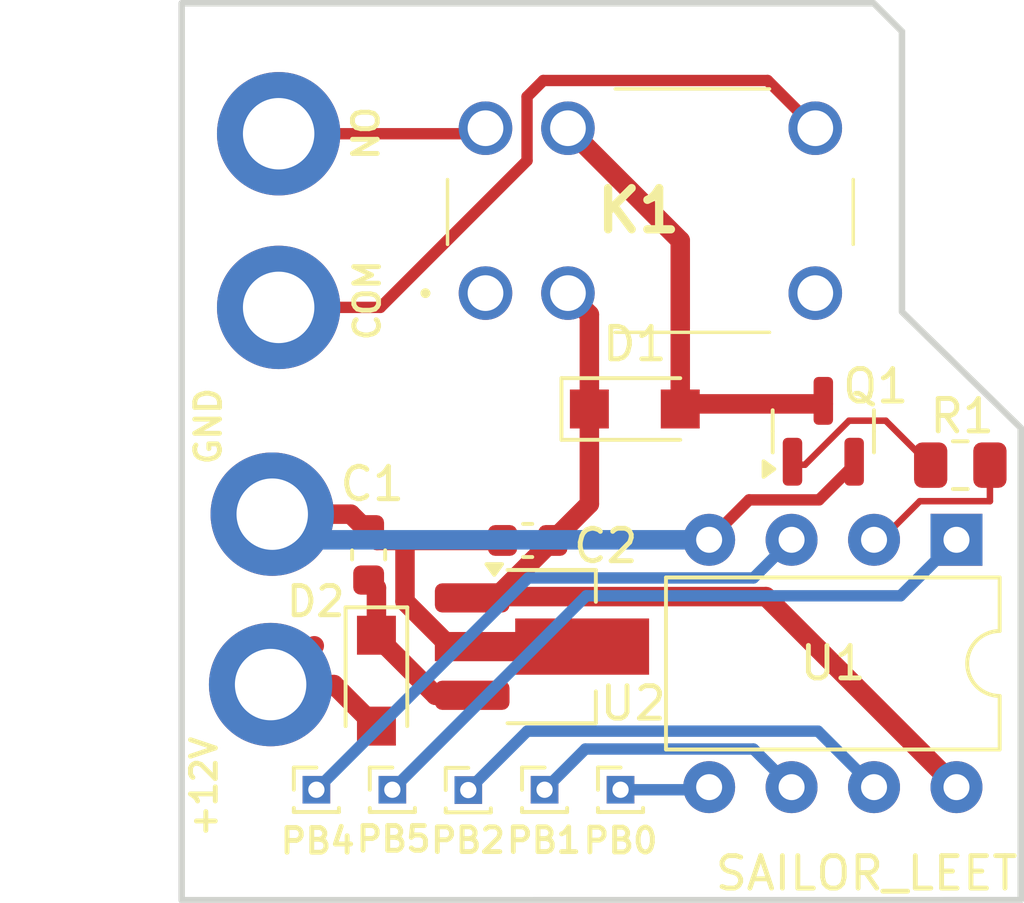
<source format=kicad_pcb>
(kicad_pcb (version 20240108) (generator "pcbnew") (generator_version "8.0")
  (layers (0 "F.Cu" signal) (31 "B.Cu" signal) (34 "B.Paste" user) (35 "F.Paste" user) (36 "B.SilkS" user "B.Silkscreen") (37 "F.SilkS" user "F.Silkscreen") (38 "B.Mask" user) (39 "F.Mask" user) (44 "Edge.Cuts" user))
  (net 0 "")
  (net 1 "+12V")
  (net 2 "GND")
  (net 3 "+5V")
  (net 4 "Net-(D1-A)")
  (net 5 "12VSIGNAL_PIN_AS&G")
  (net 6 "MCU_PIN_AS&G")
  (net 7 "Net-(U1-PB0)")
  (net 8 "Net-(U1-PB1)")
  (net 9 "Net-(U1-PB2)")
  (net 10 "Net-(U1-PB4)")
  (net 11 "Net-(U1-~{RESET}{slash}PB5)")
  (net 14 "Net-(Q1-B)")
  (net 15 "base_signal")
  (net 16 "Net-(D2-K)")
  (footprint "MountingHole:MountingHole_2.2mm_M2_DIN965_Pad" (layer "F.Cu") (at 118.53 67.6)
    (property "Reference" "+12V" (at -2.05 3.15 90) (layer "F.SilkS") (effects (font (size 0.762 0.762))))
    (property "Value" "MountingHole_Pad_MP" (hide yes))
    (pad "1" thru_hole circle (at 0 0) (size 3.8 3.8) (drill 2.2) (layers "*.Cu" "*.Mask") (net 1 "+12V"))
  )
  (footprint "Resistor_SMD:R_0805_2012Metric" (layer "F.Cu") (at 139.7775 60.84 180)
    (property "Reference" "R1" (at -0.0575 1.51 180) (layer "F.SilkS"))
    (property "Value" "1k")
    (fp_line (start -0.227064 0.735) (end 0.227064 0.735) (stroke (width 0.12)) (layer "F.SilkS"))
    (fp_line (start -0.227064 -0.735) (end 0.227064 -0.735) (stroke (width 0.12)) (layer "F.SilkS"))
    (pad "1" smd roundrect (at -0.9125 0 180) (size 1.025 1.4) (layers "F.Cu" "F.Paste" "F.Mask") (roundrect_rratio 0.243902) (net 15 "base_signal"))
    (pad "2" smd roundrect (at 0.9125 0 180) (size 1.025 1.4) (layers "F.Cu" "F.Paste" "F.Mask") (roundrect_rratio 0.243902) (net 14 "Net-(Q1-B)"))
  )
  (footprint "Package_TO_SOT_SMD:SOT-23" (layer "F.Cu") (at 135.5575 59.7975 90)
    (property "Reference" "Q1" (at 1.3875 1.6125 180) (layer "F.SilkS"))
    (property "Value" "BC846")
    (fp_line (start 0 -1.56) (end 0.65 -1.56) (stroke (width 0.12)) (layer "F.SilkS"))
    (fp_line (start 0 -1.56) (end -0.65 -1.56) (stroke (width 0.12)) (layer "F.SilkS"))
    (fp_line (start 0 1.56) (end 0.65 1.56) (stroke (width 0.12)) (layer "F.SilkS"))
    (fp_line (start 0 1.56) (end -0.65 1.56) (stroke (width 0.12)) (layer "F.SilkS"))
    (fp_poly (pts (xy -1.1625 -1.51) (xy -1.4025 -1.84) (xy -0.9225 -1.84) (xy -1.1625 -1.51)) (stroke (width 0.12)) (fill solid) (layer "F.SilkS"))
    (pad "1" smd roundrect (at -0.9375 -0.95 90) (size 1.475 0.6) (layers "F.Cu" "F.Paste" "F.Mask") (net 14 "Net-(Q1-B)"))
    (pad "2" smd roundrect (at -0.9375 0.95 90) (size 1.475 0.6) (layers "F.Cu" "F.Paste" "F.Mask") (net 2 "GND"))
    (pad "3" smd roundrect (at 0.9375 0 90) (size 1.475 0.6) (layers "F.Cu" "F.Paste" "F.Mask") (net 4 "Net-(D1-A)"))
  )
  (footprint "MountingHole:MountingHole_2.2mm_M2_DIN965_Pad" (layer "F.Cu") (at 118.58 62.35)
    (property "Reference" "GND" (at -1.97 -2.71 90) (layer "F.SilkS") (effects (font (size 0.762 0.762))))
    (property "Value" "MountingHole_Pad_MP" (hide yes))
    (pad "1" thru_hole circle (at 0 0) (size 3.8 3.8) (drill 2.2) (layers "*.Cu" "*.Mask") (net 2 "GND"))
  )
  (footprint "Connector_PinHeader_1.00mm:PinHeader_1x01_P1.00mm_Vertical" (layer "F.Cu") (at 126.97 70.84)
    (property "Reference" "PB1" (at -0.02 1.56 0) (layer "F.SilkS") (effects (font (size 0.762 0.762))))
    (property "Value" "MountingHole_Pad_MP")
    (fp_line (start -0.695 -0.685) (end 0 -0.685) (stroke (width 0.12)) (layer "F.SilkS"))
    (fp_line (start -0.695 0) (end -0.695 -0.685) (stroke (width 0.12)) (layer "F.SilkS"))
    (fp_line (start -0.695 0.685) (end -0.695 0.56) (stroke (width 0.12)) (layer "F.SilkS"))
    (fp_line (start -0.695 0.685) (end -0.608276 0.685) (stroke (width 0.12)) (layer "F.SilkS"))
    (fp_line (start -0.695 0.685) (end 0.695 0.685) (stroke (width 0.12)) (layer "F.SilkS"))
    (fp_line (start 0.608276 0.685) (end 0.695 0.685) (stroke (width 0.12)) (layer "F.SilkS"))
    (fp_line (start 0.695 0.685) (end 0.695 0.56) (stroke (width 0.12)) (layer "F.SilkS"))
    (pad "1" thru_hole rect (at 0 0) (size 0.85 0.85) (drill 0.5) (layers "*.Cu" "*.Mask") (net 8 "Net-(U1-PB1)"))
  )
  (footprint "relays:HFD230051ZS" (layer "F.Cu") (at 125.15 55.54)
    (property "Reference" "K1" (at 4.715 -2.54 0) (layer "F.SilkS") (effects (font (size 1.27 1.27) (thickness 0.254))))
    (property "Value" "HFD23_005-1ZS" (hide yes))
    (fp_line (start -1.9 0) (end -1.9 0) (stroke (width 0.2)) (layer "F.SilkS"))
    (fp_line (start -1.9 0) (end -1.9 0) (stroke (width 0.2)) (layer "F.SilkS"))
    (fp_line (start -1.8 0) (end -1.8 0) (stroke (width 0.2)) (layer "F.SilkS"))
    (fp_line (start -1.17 -3.5) (end -1.17 -3.5) (stroke (width 0.1)) (layer "F.SilkS"))
    (fp_line (start -1.17 -3.5) (end -1.17 -1.5) (stroke (width 0.1)) (layer "F.SilkS"))
    (fp_line (start -1.17 -1.5) (end -1.17 -3.5) (stroke (width 0.1)) (layer "F.SilkS"))
    (fp_line (start -1.17 -1.5) (end -1.17 -1.5) (stroke (width 0.1)) (layer "F.SilkS"))
    (fp_line (start 4 -6.29) (end 4 -6.29) (stroke (width 0.1)) (layer "F.SilkS"))
    (fp_line (start 4 -6.29) (end 8.75 -6.29) (stroke (width 0.1)) (layer "F.SilkS"))
    (fp_line (start 4 1.21) (end 4 1.21) (stroke (width 0.1)) (layer "F.SilkS"))
    (fp_line (start 4 1.21) (end 8.75 1.21) (stroke (width 0.1)) (layer "F.SilkS"))
    (fp_line (start 8.75 -6.29) (end 4 -6.29) (stroke (width 0.1)) (layer "F.SilkS"))
    (fp_line (start 8.75 -6.29) (end 8.75 -6.29) (stroke (width 0.1)) (layer "F.SilkS"))
    (fp_line (start 8.75 1.21) (end 4 1.21) (stroke (width 0.1)) (layer "F.SilkS"))
    (fp_line (start 8.75 1.21) (end 8.75 1.21) (stroke (width 0.1)) (layer "F.SilkS"))
    (fp_line (start 11.33 -3.5) (end 11.33 -3.5) (stroke (width 0.1)) (layer "F.SilkS"))
    (fp_line (start 11.33 -3.5) (end 11.33 -1.5) (stroke (width 0.1)) (layer "F.SilkS"))
    (fp_line (start 11.33 -1.5) (end 11.33 -3.5) (stroke (width 0.1)) (layer "F.SilkS"))
    (fp_line (start 11.33 -1.5) (end 11.33 -1.5) (stroke (width 0.1)) (layer "F.SilkS"))
    (fp_arc (start -1.9 0) (mid -1.85 -0.05) (end -1.8 0) (stroke (width 0.2)) (layer "F.SilkS"))
    (fp_arc (start -1.8 0) (mid -1.85 0.05) (end -1.9 0) (stroke (width 0.2)) (layer "F.SilkS"))
    (fp_arc (start -1.8 0) (mid -1.85 0.05) (end -1.9 0) (stroke (width 0.2)) (layer "F.SilkS"))
    (pad "1" thru_hole circle (at 0 0) (size 1.65 1.65) (drill 1.1) (layers "*.Cu" "*.Mask"))
    (pad "2" thru_hole circle (at 2.54 0) (size 1.65 1.65) (drill 1.1) (layers "*.Cu" "*.Mask") (net 3 "+5V"))
    (pad "3" thru_hole circle (at 10.16 0) (size 1.65 1.65) (drill 1.1) (layers "*.Cu" "*.Mask"))
    (pad "4" thru_hole circle (at 10.16 -5.08) (size 1.65 1.65) (drill 1.1) (layers "*.Cu" "*.Mask") (net 6 "MCU_PIN_AS&G"))
    (pad "5" thru_hole circle (at 2.54 -5.08) (size 1.65 1.65) (drill 1.1) (layers "*.Cu" "*.Mask") (net 4 "Net-(D1-A)"))
    (pad "6" thru_hole circle (at 0 -5.08) (size 1.65 1.65) (drill 1.1) (layers "*.Cu" "*.Mask") (net 5 "12VSIGNAL_PIN_AS&G"))
  )
  (footprint "Capacitor_SMD:C_0603_1608Metric" (layer "F.Cu") (at 121.55 63.605 90)
    (property "Reference" "C1" (at 2.185 0.11 180) (layer "F.SilkS"))
    (property "Value" "100nF/25V")
    (fp_line (start -0.14058 -0.51) (end 0.14058 -0.51) (stroke (width 0.12)) (layer "F.SilkS"))
    (fp_line (start -0.14058 0.51) (end 0.14058 0.51) (stroke (width 0.12)) (layer "F.SilkS"))
    (pad "1" smd roundrect (at -0.775 0 90) (size 0.9 0.95) (layers "F.Cu" "F.Paste" "F.Mask") (net 16 "Net-(D2-K)"))
    (pad "2" smd roundrect (at 0.775 0 90) (size 0.9 0.95) (layers "F.Cu" "F.Paste" "F.Mask") (net 2 "GND"))
  )
  (footprint "Package_TO_SOT_SMD:SOT-89-3_Handsoldering" (layer "F.Cu") (at 127.19 66.43)
    (property "Reference" "U2" (at 2.51 1.75 0) (layer "F.SilkS"))
    (property "Value" "L78L05_SOT89")
    (fp_line (start -1.36 -2.36) (end 1.36 -2.36) (stroke (width 0.12)) (layer "F.SilkS"))
    (fp_line (start -1.22 -2.36) (end 1.36 -2.36) (stroke (width 0.12)) (layer "F.SilkS"))
    (fp_line (start 1.36 -1.38) (end 1.36 -2.36) (stroke (width 0.12)) (layer "F.SilkS"))
    (fp_line (start 1.36 1.38) (end 1.36 2.36) (stroke (width 0.12)) (layer "F.SilkS"))
    (fp_line (start 1.36 2.36) (end -1.36 2.36) (stroke (width 0.12)) (layer "F.SilkS"))
    (fp_poly (pts (xy -1.77 -2.21) (xy -2.01 -2.54) (xy -1.53 -2.54) (xy -1.77 -2.21)) (stroke (width 0.12)) (fill solid) (layer "F.SilkS"))
    (pad "1" smd roundrect (at -2.45 -1.5) (size 2.3 0.9) (layers "F.Cu" "F.Paste" "F.Mask") (net 3 "+5V"))
    (pad "2" smd custom (at -2.3625 0) (size 2.475 0.9) (layers "F.Cu" "F.Paste" "F.Mask") (net 2 "GND") (options (clearance outline) (anchor rect)) (primitives (gr_poly (pts (xy 5.3625 0.8665) (xy 1.2375 0.8665) (xy 1.2375 -0.8665) (xy 5.3625 -0.8665)) (width 0) (fill yes))))
    (pad "3" smd roundrect (at -2.45 1.5) (size 2.3 0.9) (layers "F.Cu" "F.Paste" "F.Mask") (net 16 "Net-(D2-K)"))
  )
  (footprint "MountingHole:MountingHole_2.2mm_M2_DIN965_Pad" (layer "F.Cu") (at 118.7775 50.63)
    (property "Reference" "NO" (at 2.6925 -0.01 90) (layer "F.SilkS") (effects (font (size 0.762 0.762))))
    (property "Value" "MountingHole_Pad_MP")
    (pad "1" thru_hole circle (at 0 0) (size 3.8 3.8) (drill 2.2) (layers "*.Cu" "*.Mask") (net 5 "12VSIGNAL_PIN_AS&G"))
  )
  (footprint "MountingHole:MountingHole_2.2mm_M2_DIN965_Pad" (layer "F.Cu") (at 118.7775 55.98)
    (property "Reference" "COM" (at 2.7325 -0.22 90) (layer "F.SilkS") (effects (font (size 0.762 0.762))))
    (property "Value" "MountingHole_Pad_MP")
    (pad "1" thru_hole circle (at 0 0) (size 3.8 3.8) (drill 2.2) (layers "*.Cu" "*.Mask") (net 6 "MCU_PIN_AS&G"))
  )
  (footprint "Capacitor_SMD:C_0603_1608Metric" (layer "F.Cu") (at 126.45 63.16 180)
    (property "Reference" "C2" (at -2.405 -0.17 180) (layer "F.SilkS"))
    (property "Value" "100nF/25V")
    (fp_line (start -0.14058 0.51) (end 0.14058 0.51) (stroke (width 0.12)) (layer "F.SilkS"))
    (fp_line (start -0.14058 -0.51) (end 0.14058 -0.51) (stroke (width 0.12)) (layer "F.SilkS"))
    (pad "1" smd roundrect (at -0.775 0 180) (size 0.9 0.95) (layers "F.Cu" "F.Paste" "F.Mask") (net 3 "+5V"))
    (pad "2" smd roundrect (at 0.775 0 180) (size 0.9 0.95) (layers "F.Cu" "F.Paste" "F.Mask") (net 2 "GND"))
  )
  (footprint "Connector_PinHeader_1.00mm:PinHeader_1x01_P1.00mm_Vertical" (layer "F.Cu") (at 119.94 70.84)
    (property "Reference" "PB4" (at 0.04 1.58 180) (layer "F.SilkS") (effects (font (size 0.762 0.762))))
    (property "Value" "MountingHole_Pad_MP")
    (fp_line (start -0.695 -0.685) (end 0 -0.685) (stroke (width 0.12)) (layer "F.SilkS"))
    (fp_line (start -0.695 0) (end -0.695 -0.685) (stroke (width 0.12)) (layer "F.SilkS"))
    (fp_line (start -0.695 0.685) (end -0.695 0.56) (stroke (width 0.12)) (layer "F.SilkS"))
    (fp_line (start -0.695 0.685) (end -0.608276 0.685) (stroke (width 0.12)) (layer "F.SilkS"))
    (fp_line (start -0.695 0.685) (end 0.695 0.685) (stroke (width 0.12)) (layer "F.SilkS"))
    (fp_line (start 0.608276 0.685) (end 0.695 0.685) (stroke (width 0.12)) (layer "F.SilkS"))
    (fp_line (start 0.695 0.685) (end 0.695 0.56) (stroke (width 0.12)) (layer "F.SilkS"))
    (pad "1" thru_hole rect (at 0 0) (size 0.85 0.85) (drill 0.5) (layers "*.Cu" "*.Mask") (net 10 "Net-(U1-PB4)"))
  )
  (footprint "Connector_PinHeader_1.00mm:PinHeader_1x01_P1.00mm_Vertical" (layer "F.Cu") (at 129.31 70.84)
    (property "Reference" "PB0" (at 0 1.57 0) (layer "F.SilkS") (effects (font (size 0.762 0.762))))
    (property "Value" "MountingHole_Pad_MP")
    (fp_line (start -0.695 -0.685) (end 0 -0.685) (stroke (width 0.12)) (layer "F.SilkS"))
    (fp_line (start -0.695 0) (end -0.695 -0.685) (stroke (width 0.12)) (layer "F.SilkS"))
    (fp_line (start -0.695 0.685) (end -0.695 0.56) (stroke (width 0.12)) (layer "F.SilkS"))
    (fp_line (start -0.695 0.685) (end -0.608276 0.685) (stroke (width 0.12)) (layer "F.SilkS"))
    (fp_line (start -0.695 0.685) (end 0.695 0.685) (stroke (width 0.12)) (layer "F.SilkS"))
    (fp_line (start 0.608276 0.685) (end 0.695 0.685) (stroke (width 0.12)) (layer "F.SilkS"))
    (fp_line (start 0.695 0.685) (end 0.695 0.56) (stroke (width 0.12)) (layer "F.SilkS"))
    (pad "1" thru_hole rect (at 0 0) (size 0.85 0.85) (drill 0.5) (layers "*.Cu" "*.Mask") (net 7 "Net-(U1-PB0)"))
  )
  (footprint "Package_DIP:DIP-8_W7.62mm" (layer "F.Cu") (at 139.66 63.14 -90)
    (property "Reference" "U1" (at 3.8 3.8 180) (layer "F.SilkS"))
    (property "Value" "ATtiny13A-P")
    (fp_line (start 1.16 8.95) (end 6.46 8.95) (stroke (width 0.12)) (layer "F.SilkS"))
    (fp_line (start 6.46 8.95) (end 6.46 -1.33) (stroke (width 0.12)) (layer "F.SilkS"))
    (fp_line (start 1.16 -1.33) (end 1.16 8.95) (stroke (width 0.12)) (layer "F.SilkS"))
    (fp_line (start 2.81 -1.33) (end 1.16 -1.33) (stroke (width 0.12)) (layer "F.SilkS"))
    (fp_line (start 6.46 -1.33) (end 4.81 -1.33) (stroke (width 0.12)) (layer "F.SilkS"))
    (fp_arc (start 4.81 -1.33) (mid 3.81 -0.33) (end 2.81 -1.33) (stroke (width 0.12)) (layer "F.SilkS"))
    (pad "1" thru_hole rect (at 0 0 270) (size 1.6 1.6) (drill 0.8) (layers "*.Cu" "*.Mask") (net 11 "Net-(U1-~{RESET}{slash}PB5)"))
    (pad "2" thru_hole oval (at 0 2.54 270) (size 1.6 1.6) (drill 0.8) (layers "*.Cu" "*.Mask") (net 15 "base_signal"))
    (pad "3" thru_hole oval (at 0 5.08 270) (size 1.6 1.6) (drill 0.8) (layers "*.Cu" "*.Mask") (net 10 "Net-(U1-PB4)"))
    (pad "4" thru_hole oval (at 0 7.62 270) (size 1.6 1.6) (drill 0.8) (layers "*.Cu" "*.Mask") (net 2 "GND"))
    (pad "5" thru_hole oval (at 7.62 7.62 270) (size 1.6 1.6) (drill 0.8) (layers "*.Cu" "*.Mask") (net 7 "Net-(U1-PB0)"))
    (pad "6" thru_hole oval (at 7.62 5.08 270) (size 1.6 1.6) (drill 0.8) (layers "*.Cu" "*.Mask") (net 8 "Net-(U1-PB1)"))
    (pad "7" thru_hole oval (at 7.62 2.54 270) (size 1.6 1.6) (drill 0.8) (layers "*.Cu" "*.Mask") (net 9 "Net-(U1-PB2)"))
    (pad "8" thru_hole oval (at 7.62 0 270) (size 1.6 1.6) (drill 0.8) (layers "*.Cu" "*.Mask") (net 3 "+5V"))
  )
  (footprint "Connector_PinHeader_1.00mm:PinHeader_1x01_P1.00mm_Vertical" (layer "F.Cu") (at 122.28 70.84)
    (property "Reference" "PB5" (at 0.04 1.52 0) (layer "F.SilkS") (effects (font (size 0.762 0.762))))
    (property "Value" "MountingHole_Pad_MP")
    (fp_line (start -0.695 -0.685) (end 0 -0.685) (stroke (width 0.12)) (layer "F.SilkS"))
    (fp_line (start -0.695 0) (end -0.695 -0.685) (stroke (width 0.12)) (layer "F.SilkS"))
    (fp_line (start -0.695 0.685) (end -0.695 0.56) (stroke (width 0.12)) (layer "F.SilkS"))
    (fp_line (start -0.695 0.685) (end -0.608276 0.685) (stroke (width 0.12)) (layer "F.SilkS"))
    (fp_line (start -0.695 0.685) (end 0.695 0.685) (stroke (width 0.12)) (layer "F.SilkS"))
    (fp_line (start 0.608276 0.685) (end 0.695 0.685) (stroke (width 0.12)) (layer "F.SilkS"))
    (fp_line (start 0.695 0.685) (end 0.695 0.56) (stroke (width 0.12)) (layer "F.SilkS"))
    (pad "1" thru_hole rect (at 0 0) (size 0.85 0.85) (drill 0.5) (layers "*.Cu" "*.Mask") (net 11 "Net-(U1-~{RESET}{slash}PB5)"))
  )
  (footprint "Diode_SMD:Nexperia_CFP3_SOD-123W" (layer "F.Cu") (at 121.79 67.48 -90)
    (property "Reference" "D2" (at -2.44 1.87 180) (layer "F.SilkS") (effects (font (size 0.9 0.9))))
    (property "Value" "1N4007")
    (fp_line (start -2.26 0.95) (end 1.4 0.95) (stroke (width 0.12)) (layer "F.SilkS"))
    (fp_line (start -2.26 -0.95) (end -2.26 0.95) (stroke (width 0.12)) (layer "F.SilkS"))
    (fp_line (start -2.26 -0.95) (end 1.4 -0.95) (stroke (width 0.12)) (layer "F.SilkS"))
    (pad "1" smd rect (at -1.4 0 270) (size 1.2 1.2) (layers "F.Cu" "F.Paste" "F.Mask") (net 16 "Net-(D2-K)"))
    (pad "2" smd rect (at 1.4 0 270) (size 1.2 1.2) (layers "F.Cu" "F.Paste" "F.Mask") (net 1 "+12V"))
  )
  (footprint "Diode_SMD:Nexperia_CFP3_SOD-123W" (layer "F.Cu") (at 129.75 59.11)
    (property "Reference" "D1" (at 0 -2 0) (layer "F.SilkS"))
    (property "Value" "1N4007")
    (fp_line (start -2.26 -0.95) (end -2.26 0.95) (stroke (width 0.12)) (layer "F.SilkS"))
    (fp_line (start -2.26 -0.95) (end 1.4 -0.95) (stroke (width 0.12)) (layer "F.SilkS"))
    (fp_line (start -2.26 0.95) (end 1.4 0.95) (stroke (width 0.12)) (layer "F.SilkS"))
    (pad "1" smd rect (at -1.4 0) (size 1.2 1.2) (layers "F.Cu" "F.Paste" "F.Mask") (net 3 "+5V"))
    (pad "2" smd rect (at 1.4 0) (size 1.2 1.2) (layers "F.Cu" "F.Paste" "F.Mask") (net 4 "Net-(D1-A)"))
  )
  (footprint "Connector_PinHeader_1.00mm:PinHeader_1x01_P1.00mm_Vertical" (layer "F.Cu") (at 124.62 70.85)
    (property "Reference" "PB2" (at -0.01 1.55 0) (layer "F.SilkS") (effects (font (size 0.762 0.762))))
    (property "Value" "MountingHole_Pad_MP")
    (fp_line (start -0.695 -0.685) (end 0 -0.685) (stroke (width 0.12)) (layer "F.SilkS"))
    (fp_line (start -0.695 0) (end -0.695 -0.685) (stroke (width 0.12)) (layer "F.SilkS"))
    (fp_line (start -0.695 0.685) (end -0.695 0.56) (stroke (width 0.12)) (layer "F.SilkS"))
    (fp_line (start -0.695 0.685) (end -0.608276 0.685) (stroke (width 0.12)) (layer "F.SilkS"))
    (fp_line (start -0.695 0.685) (end 0.695 0.685) (stroke (width 0.12)) (layer "F.SilkS"))
    (fp_line (start 0.608276 0.685) (end 0.695 0.685) (stroke (width 0.12)) (layer "F.SilkS"))
    (fp_line (start 0.695 0.685) (end 0.695 0.56) (stroke (width 0.12)) (layer "F.SilkS"))
    (pad "1" thru_hole rect (at 0 0) (size 0.85 0.85) (drill 0.5) (layers "*.Cu" "*.Mask") (net 9 "Net-(U1-PB2)"))
  )
  (gr_poly (pts (xy 115.79 74.242601) (xy 141.64 74.240502) (xy 141.64 59.690133) (xy 137.98 56.116688) (xy 137.98 47.48) (xy 137.11 46.61) (xy 115.79 46.61)) (stroke (width 0.2)) (fill none) (layer "Edge.Cuts"))
  (gr_text "SAILOR_LEET" (at 132.15 74 0) (layer "F.SilkS") (effects (font (size 1 1)) (justify left bottom)))
  (segment (start 118.58 67.7) (end 118.77 67.89) (width 0.6) (layer "F.Cu") (net 1))
  (segment (start 119.875 66.405) (end 118.58 67.7) (width 0.6) (layer "F.Cu") (net 1))
  (segment (start 118.53 67.6) (end 120.48 67.6) (width 0.6) (layer "F.Cu") (net 1))
  (segment (start 120.48 67.6) (end 121.79 68.91) (width 0.6) (layer "F.Cu") (net 1))
  (segment (start 118.58 67.7) (end 118.86 67.98) (width 0.6) (layer "F.Cu") (net 1))
  (segment (start 118.58 67.7) (end 119.695 67.7) (width 0.6) (layer "F.Cu") (net 1))
  (segment (start 124.1375 66.39) (end 124.01846 66.39) (width 0.6) (layer "F.Cu") (net 2))
  (segment (start 124.05846 66.43) (end 124.8275 66.43) (width 0.6) (layer "F.Cu") (net 2))
  (segment (start 122.67 65.04154) (end 124.05846 66.43) (width 0.6) (layer "F.Cu") (net 2))
  (segment (start 136.5075 60.8275) (end 135.425 61.91) (width 0.35) (layer "F.Cu") (net 2))
  (segment (start 121.81 63.16) (end 121 62.35) (width 0.6) (layer "F.Cu") (net 2))
  (segment (start 121.81 63.16) (end 122.67 63.16) (width 0.6) (layer "F.Cu") (net 2))
  (segment (start 135.425 61.91) (end 133.27 61.91) (width 0.35) (layer "F.Cu") (net 2))
  (segment (start 122.67 63.16) (end 122.67 65.04154) (width 0.6) (layer "F.Cu") (net 2))
  (segment (start 122.67 63.16) (end 125.675 63.16) (width 0.6) (layer "F.Cu") (net 2))
  (segment (start 118.58 62.35) (end 118.58 63.14) (width 0.6) (layer "F.Cu") (net 2))
  (segment (start 133.27 61.91) (end 132.04 63.14) (width 0.35) (layer "F.Cu") (net 2))
  (segment (start 121 62.35) (end 118.58 62.35) (width 0.6) (layer "F.Cu") (net 2))
  (segment (start 119.37 63.14) (end 118.58 62.35) (width 0.6) (layer "B.Cu") (net 2))
  (segment (start 132.04 63.14) (end 119.37 63.14) (width 0.6) (layer "B.Cu") (net 2))
  (segment (start 128.35 62.035) (end 128.35 56.2) (width 0.6) (layer "F.Cu") (net 3))
  (segment (start 124.05 64.89) (end 125.495 64.89) (width 0.6) (layer "F.Cu") (net 3))
  (segment (start 133.79 64.89) (end 124.05 64.89) (width 0.6) (layer "F.Cu") (net 3))
  (segment (start 125.495 64.89) (end 128.35 62.035) (width 0.6) (layer "F.Cu") (net 3))
  (segment (start 128.35 56.2) (end 127.69 55.54) (width 0.6) (layer "F.Cu") (net 3))
  (segment (start 139.66 70.76) (end 133.79 64.89) (width 0.6) (layer "F.Cu") (net 3))
  (segment (start 131.15 53.92) (end 131.15 59.11) (width 0.6) (layer "F.Cu") (net 4))
  (segment (start 131.15 59.11) (end 131.3075 58.9525) (width 0.6) (layer "F.Cu") (net 4))
  (segment (start 131.3075 58.9525) (end 135.5575 58.9525) (width 0.6) (layer "F.Cu") (net 4))
  (segment (start 127.69 50.46) (end 131.15 53.92) (width 0.6) (layer "F.Cu") (net 4))
  (segment (start 118.7775 50.63) (end 124.98 50.63) (width 0.35) (layer "F.Cu") (net 5))
  (segment (start 124.98 50.63) (end 125.15 50.46) (width 0.35) (layer "F.Cu") (net 5))
  (segment (start 118.7775 55.98) (end 121.91 55.98) (width 0.35) (layer "F.Cu") (net 6))
  (segment (start 126.43 49.49) (end 126.93 48.99) (width 0.35) (layer "F.Cu") (net 6))
  (segment (start 126.43 51.46) (end 126.43 49.49) (width 0.35) (layer "F.Cu") (net 6))
  (segment (start 126.93 48.99) (end 133.84 48.99) (width 0.35) (layer "F.Cu") (net 6))
  (segment (start 121.91 55.98) (end 126.43 51.46) (width 0.35) (layer "F.Cu") (net 6))
  (segment (start 133.84 48.99) (end 135.31 50.46) (width 0.35) (layer "F.Cu") (net 6))
  (segment (start 129.31 70.84) (end 131.96 70.84) (width 0.35) (layer "B.Cu") (net 7))
  (segment (start 131.96 70.84) (end 132.04 70.76) (width 0.35) (layer "B.Cu") (net 7))
  (segment (start 126.97 70.84) (end 128.225 69.585) (width 0.35) (layer "B.Cu") (net 8))
  (segment (start 133.405 69.585) (end 134.58 70.76) (width 0.35) (layer "B.Cu") (net 8))
  (segment (start 128.225 69.585) (end 133.405 69.585) (width 0.35) (layer "B.Cu") (net 8))
  (segment (start 124.62 70.85) (end 126.435 69.035) (width 0.35) (layer "B.Cu") (net 9))
  (segment (start 135.395 69.035) (end 137.12 70.76) (width 0.35) (layer "B.Cu") (net 9))
  (segment (start 126.435 69.035) (end 135.395 69.035) (width 0.35) (layer "B.Cu") (net 9))
  (segment (start 134.58 63.14) (end 133.405 64.315) (width 0.35) (layer "B.Cu") (net 10))
  (segment (start 126.465 64.315) (end 119.94 70.84) (width 0.35) (layer "B.Cu") (net 10))
  (segment (start 133.405 64.315) (end 126.465 64.315) (width 0.35) (layer "B.Cu") (net 10))
  (segment (start 122.28 70.84) (end 128.255 64.865) (width 0.35) (layer "B.Cu") (net 11))
  (segment (start 137.935 64.865) (end 139.66 63.14) (width 0.35) (layer "B.Cu") (net 11))
  (segment (start 128.255 64.865) (end 137.935 64.865) (width 0.35) (layer "B.Cu") (net 11))
  (segment (start 136.35 59.47) (end 134.9925 60.8275) (width 0.2) (layer "F.Cu") (net 14))
  (segment (start 137.48 59.47) (end 136.35 59.47) (width 0.2) (layer "F.Cu") (net 14))
  (segment (start 138.85 60.84) (end 137.48 59.47) (width 0.2) (layer "F.Cu") (net 14))
  (segment (start 138.865 60.84) (end 138.85 60.84) (width 0.2) (layer "F.Cu") (net 14))
  (segment (start 134.9925 60.8275) (end 134.6075 60.8275) (width 0.2) (layer "F.Cu") (net 14))
  (segment (start 138.53 61.95) (end 140.69 61.95) (width 0.2) (layer "F.Cu") (net 15))
  (segment (start 137.12 63.14) (end 137.34 63.14) (width 0.2) (layer "F.Cu") (net 15))
  (segment (start 137.34 63.14) (end 138.53 61.95) (width 0.2) (layer "F.Cu") (net 15))
  (segment (start 140.69 61.95) (end 140.69 60.85) (width 0.2) (layer "F.Cu") (net 15))
  (segment (start 121.79 64.62) (end 121.55 64.38) (width 0.6) (layer "F.Cu") (net 16))
  (segment (start 121.79 66.11) (end 123.61 67.93) (width 0.6) (layer "F.Cu") (net 16))
  (segment (start 121.79 66.11) (end 121.79 64.62) (width 0.6) (layer "F.Cu") (net 16))
  (segment (start 123.61 67.93) (end 124.74 67.93) (width 0.6) (layer "F.Cu") (net 16))
)
</source>
